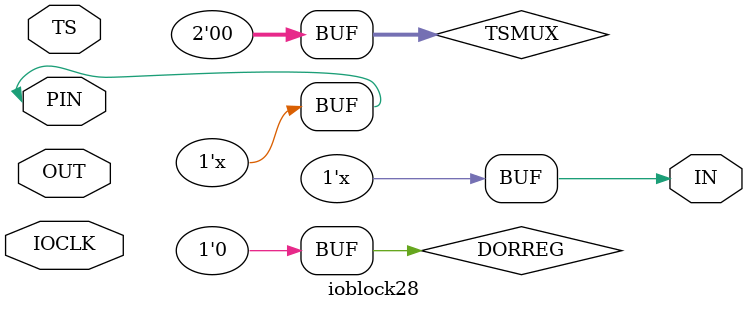
<source format=v>
module ioblock28(
	       inout  PIN,
	       input  TS,
	       input  OUT,
	       output IN,
	       input IOCLK
	       );
   
   reg 		     D;
   reg [2-1:0] 	     TSMUX;
   reg 		     DORREG;

   assign PIN = ( TSMUX == 2'b00 ) ? 1'bz : (( TSMUX == 2'b01 && TS == 1'b1 ) ? OUT : (( TSMUX == 2'b01 && TS == 1'b0 ) ? 1'bz : OUT));
   assign IN  = ( DORREG == 1'b0 ) ? PIN  : D;
   
   initial
     begin
	D=1'b0;
	TSMUX=2'b00;
	DORREG=1'b0;
     end
   
   always @(posedge IOCLK) D=PIN;
   
endmodule       

</source>
